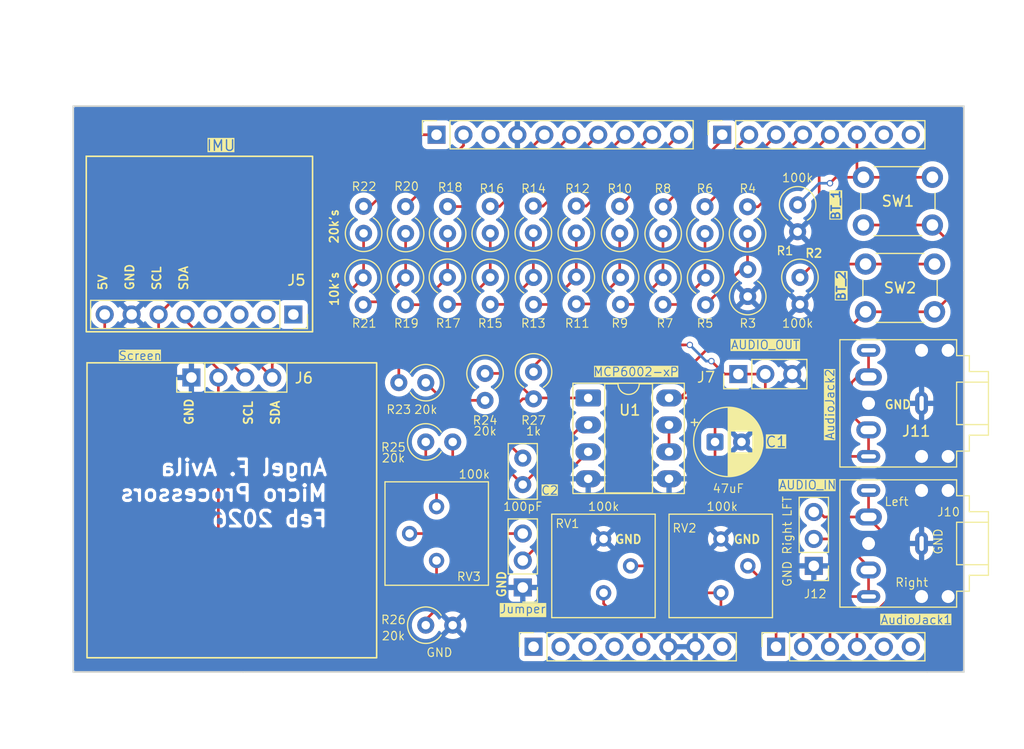
<source format=kicad_pcb>
(kicad_pcb (version 20241229) (generator "pcbnew") (generator_version "9.0")
  (title_block (date "mar. 31 mars 2015"))
  (layers (0 "F.Cu" signal) (2 "B.Cu" signal) (13 "F.Paste" user) (15 "B.Paste" user) (5 "F.SilkS" user "F.Silkscreen") (7 "B.SilkS" user "B.Silkscreen") (1 "F.Mask" user) (3 "B.Mask" user) (25 "Edge.Cuts" user))
  (net 0 "")
  (net 1 "GND")
  (net 3 "+5V")
  (net 4 "/IOREF")
  (net 5 "/A0")
  (net 6 "/A1")
  (net 7 "Net-(U1A--)")
  (net 8 "Net-(C2-Pad2)")
  (net 9 "/SDA{slash}A4")
  (net 10 "/SCL{slash}A5")
  (net 11 "/D7")
  (net 12 "/SCL")
  (net 13 "/AREF")
  (net 14 "/D8")
  (net 15 "/D9")
  (net 16 "/D6")
  (net 17 "/SDA")
  (net 18 "/D4")
  (net 19 "/D5")
  (net 20 "/IN_RIGHT")
  (net 21 "/IN_LEFT")
  (net 22 "/BT1")
  (net 23 "/TX{slash}1")
  (net 24 "/D3")
  (net 25 "/RX{slash}0")
  (net 26 "+3V3")
  (net 27 "VCC")
  (net 28 "/~{RESET}")
  (net 29 "/BT2")
  (net 30 "/D2")
  (net 31 "/D0")
  (net 32 "/D1")
  (net 37 "/AUDIO_OUT")
  (net 38 "Net-(J9-Pin_2)")
  (net 39 "Net-(J9-Pin_3)")
  (net 40 "Net-(R3-Pad2)")
  (net 41 "Net-(R5-Pad1)")
  (net 42 "Net-(R7-Pad1)")
  (net 43 "Net-(R10-Pad1)")
  (net 44 "Net-(R11-Pad1)")
  (net 45 "Net-(R13-Pad1)")
  (net 46 "Net-(R15-Pad1)")
  (net 47 "Net-(R17-Pad1)")
  (net 48 "Net-(R19-Pad1)")
  (net 49 "Net-(R21-Pad1)")
  (net 50 "Net-(R25-Pad2)")
  (net 51 "Net-(R26-Pad1)")
  (net 52 "Net-(U1B--)")
  (footprint "Connector_PinSocket_2.54mm:PinSocket_1x08_P2.54mm_Vertical" (layer "F.Cu") (at 127.94 97.46 90)
    (property "Reference" "J1" (hide yes))
    (property "Value" "Power")
  )
  (footprint "Connector_PinSocket_2.54mm:PinSocket_1x06_P2.54mm_Vertical" (layer "F.Cu") (at 150.8 97.46 90)
    (property "Reference" "J3" (hide yes))
    (property "Value" "Analog")
  )
  (footprint "Connector_PinSocket_2.54mm:PinSocket_1x10_P2.54mm_Vertical" (layer "F.Cu") (at 118.796 49.2 90)
    (property "Reference" "J2" (hide yes))
    (property "Value" "Digital/PWM")
  )
  (footprint "Connector_PinSocket_2.54mm:PinSocket_1x08_P2.54mm_Vertical" (layer "F.Cu") (at 145.72 49.2 90)
    (property "Reference" "J4" (hide yes))
    (property "Value" "Digital/PWM")
  )
  (footprint "Resistor_THT:R_Axial_DIN0309_L9.0mm_D3.2mm_P2.54mm_Vertical" (layer "F.Cu") (at 115.87 62.68 -90)
    (property "Reference" "R19")
    (property "Value" "10k" (hide yes))
  )
  (footprint "Connector_PinHeader_2.54mm:PinHeader_1x03_P2.54mm_Vertical" (layer "F.Cu") (at 154.356 89.84 180)
    (property "Reference" "J12")
    (property "Value" "AUDIO_IN")
  )
  (footprint "Connector_Audio:Jack_3.5mm_CUI_SJ1-3525N_Horizontal" (layer "F.Cu") (at 164.516 74.52 90)
    (property "Reference" "J11")
    (property "Value" "AudioJack2")
  )
  (footprint "Capacitor_THT:C_Disc_D5.0mm_W2.5mm_P2.50mm" (layer "F.Cu") (at 126.924 82.18 90)
    (property "Reference" "C2")
    (property "Value" "100pF")
  )
  (footprint "Resistor_THT:R_Axial_DIN0309_L9.0mm_D3.2mm_P2.54mm_Vertical" (layer "F.Cu") (at 119.82 62.64 -90)
    (property "Reference" "R17")
    (property "Value" "10k" (hide yes))
  )
  (footprint "Resistor_THT:R_Axial_DIN0309_L9.0mm_D3.2mm_P2.54mm_Vertical" (layer "F.Cu") (at 144.1 58.52 90)
    (property "Reference" "R6")
    (property "Value" "20k" (hide yes))
  )
  (footprint "Resistor_THT:R_Axial_DIN0309_L9.0mm_D3.2mm_P2.54mm_Vertical" (layer "F.Cu") (at 117.78 78.156)
    (property "Reference" "R25")
    (property "Value" "20k")
  )
  (footprint "Resistor_THT:R_Axial_DIN0309_L9.0mm_D3.2mm_P2.54mm_Vertical" (layer "F.Cu") (at 111.88 62.68 -90)
    (property "Reference" "R21")
    (property "Value" "10k's ")
  )
  (footprint "Resistor_THT:R_Axial_DIN0309_L9.0mm_D3.2mm_P2.54mm_Vertical" (layer "F.Cu") (at 148.13 64.45 90)
    (property "Reference" "R3")
    (property "Value" "20k" (hide yes))
  )
  (footprint "Resistor_THT:R_Axial_DIN0309_L9.0mm_D3.2mm_P2.54mm_Vertical" (layer "F.Cu") (at 127.94 71.552 -90)
    (property "Reference" "R27")
    (property "Value" "1k")
  )
  (footprint "Potentiometer_THT:Potentiometer_Bourns_3386P_Vertical" (layer "F.Cu") (at 118.796 84.252 180)
    (property "Reference" "RV3")
    (property "Value" "100k")
  )
  (footprint "Connector_Audio:Jack_3.5mm_CUI_SJ1-3525N_Horizontal" (layer "F.Cu") (at 164.516 87.728 90)
    (property "Reference" "J10")
    (property "Value" "AudioJack1")
  )
  (footprint "Resistor_THT:R_Axial_DIN0309_L9.0mm_D3.2mm_P2.54mm_Vertical" (layer "F.Cu") (at 140.14 62.66 -90)
    (property "Reference" "R7")
    (property "Value" "10k" (hide yes))
  )
  (footprint "Resistor_THT:R_Axial_DIN0309_L9.0mm_D3.2mm_P2.54mm_Vertical" (layer "F.Cu") (at 123.86 58.49 90)
    (property "Reference" "R16")
    (property "Value" "20k" (hide yes))
  )
  (footprint "Capacitor_THT:CP_Radial_D6.3mm_P2.50mm" (layer "F.Cu") (at 145.045621 78.156)
    (property "Reference" "C1")
    (property "Value" "47uF")
  )
  (footprint "Resistor_THT:R_Axial_DIN0309_L9.0mm_D3.2mm_P2.54mm_Vertical" (layer "F.Cu") (at 115.88 58.51 90)
    (property "Reference" "R20")
    (property "Value" "20k" (hide yes))
  )
  (footprint "Resistor_THT:R_Axial_DIN0309_L9.0mm_D3.2mm_P2.54mm_Vertical" (layer "F.Cu") (at 148.11 58.53 90)
    (property "Reference" "R4")
    (property "Value" "20k" (hide yes))
  )
  (footprint "Potentiometer_THT:Potentiometer_Bourns_3386P_Vertical" (layer "F.Cu") (at 134.544 92.38)
    (property "Reference" "RV1")
    (property "Value" "100k")
  )
  (footprint "Resistor_THT:R_Axial_DIN0309_L9.0mm_D3.2mm_P2.54mm_Vertical" (layer "F.Cu") (at 144.16 62.69 -90)
    (property "Reference" "R5")
    (property "Value" "10k" (hide yes))
  )
  (footprint "Resistor_THT:R_Axial_DIN0309_L9.0mm_D3.2mm_P2.54mm_Vertical" (layer "F.Cu") (at 127.92 58.46 90)
    (property "Reference" "R14")
    (property "Value" "20k" (hide yes))
  )
  (footprint "Resistor_THT:R_Axial_DIN0309_L9.0mm_D3.2mm_P2.54mm_Vertical" (layer "F.Cu") (at 131.97 62.61 -90)
    (property "Reference" "R11")
    (property "Value" "10k" (hide yes))
  )
  (footprint "Connector_PinSocket_2.54mm:PinSocket_1x08_P2.54mm_Vertical" (layer "F.Cu") (at 105.299 66.142 -90)
    (property "Reference" "J5")
    (property "Value" "IMU")
  )
  (footprint "Resistor_THT:R_Axial_DIN0309_L9.0mm_D3.2mm_P2.54mm_Vertical" (layer "F.Cu") (at 123.86 62.65 -90)
    (property "Reference" "R15")
    (property "Value" "10k" (hide yes))
  )
  (footprint "Resistor_THT:R_Axial_DIN0309_L9.0mm_D3.2mm_P2.54mm_Vertical" (layer "F.Cu") (at 140.16 58.53 90)
    (property "Reference" "R8")
    (property "Value" "20k" (hide yes))
  )
  (footprint "Resistor_THT:R_Axial_DIN0309_L9.0mm_D3.2mm_P2.54mm_Vertical" (layer "F.Cu") (at 123.368 71.698 -90)
    (property "Reference" "R24")
    (property "Value" "20k")
  )
  (footprint "Package_DIP:DIP-8_W7.62mm_Socket_LongPads" (layer "F.Cu") (at 133.09 74.01)
    (property "Reference" "U1")
    (property "Value" "MCP6002-xP")
  )
  (footprint "Button_Switch_THT:SW_PUSH_6mm" (layer "F.Cu") (at 165.734 65.89 180)
    (property "Reference" "SW2")
    (property "Value" "BT_2" (hide yes))
  )
  (footprint "Resistor_THT:R_Axial_DIN0309_L9.0mm_D3.2mm_P2.54mm_Vertical" (layer "F.Cu") (at 131.97 58.46 90)
    (property "Reference" "R12")
    (property "Value" "20k" (hide yes))
  )
  (footprint "Resistor_THT:R_Axial_DIN0309_L9.0mm_D3.2mm_P2.54mm_Vertical" (layer "F.Cu") (at 117.78 72.568 180)
    (property "Reference" "R23")
    (property "Value" "20k")
  )
  (footprint "Connector_PinHeader_2.54mm:PinHeader_1x03_P2.54mm_Vertical" (layer "F.Cu") (at 126.924 91.872 180)
    (property "Reference" "J9" (hide yes))
    (property "Value" "Jumper")
  )
  (footprint "Potentiometer_THT:Potentiometer_Bourns_3386P_Vertical" (layer "F.Cu") (at 145.6 92.38)
    (property "Reference" "RV2")
    (property "Value" "100k")
  )
  (footprint "Button_Switch_THT:SW_PUSH_6mm" (layer "F.Cu") (at 165.532 57.71 180)
    (property "Reference" "SW1")
    (property "Value" "BT_1" (hide yes))
  )
  (footprint "Connector_PinHeader_2.54mm:PinHeader_1x03_P2.54mm_Vertical" (layer "F.Cu") (at 147.244 71.76 90)
    (property "Reference" "J7")
    (property "Value" "AUDIO_OUT")
  )
  (footprint "Resistor_THT:R_Axial_DIN0309_L9.0mm_D3.2mm_P2.54mm_Vertical" (layer "F.Cu") (at 117.78 95.428)
    (property "Reference" "R26")
    (property "Value" "20k")
  )
  (footprint "Connector_PinHeader_2.54mm:PinHeader_1x04_P2.54mm_Vertical" (layer "F.Cu") (at 95.69 72.08 90)
    (property "Reference" "J6")
    (property "Value" "Screen")
  )
  (footprint "Resistor_THT:R_Axial_DIN0309_L9.0mm_D3.2mm_P2.54mm_Vertical" (layer "F.Cu") (at 152.832 55.804 -90)
    (property "Reference" "R1")
    (property "Value" "100k")
  )
  (footprint "Resistor_THT:R_Axial_DIN0309_L9.0mm_D3.2mm_P2.54mm_Vertical" (layer "F.Cu") (at 111.92 58.49 90)
    (property "Reference" "R22")
    (property "Value" "20k's")
  )
  (footprint "Resistor_THT:R_Axial_DIN0309_L9.0mm_D3.2mm_P2.54mm_Vertical" (layer "F.Cu") (at 127.94 62.66 -90)
    (property "Reference" "R13")
    (property "Value" "10k" (hide yes))
  )
  (footprint "Resistor_THT:R_Axial_DIN0309_L9.0mm_D3.2mm_P2.54mm_Vertical" (layer "F.Cu") (at 119.84 58.51 90)
    (property "Reference" "R18")
    (property "Value" "20k" (hide yes))
  )
  (footprint "Resistor_THT:R_Axial_DIN0309_L9.0mm_D3.2mm_P2.54mm_Vertical" (layer "F.Cu") (at 136.06 58.49 90)
    (property "Reference" "R10")
    (property "Value" "20k" (hide yes))
  )
  (footprint "Resistor_THT:R_Axial_DIN0309_L9.0mm_D3.2mm_P2.54mm_Vertical" (layer "F.Cu") (at 136.14 62.65 -90)
    (property "Reference" "R9")
    (property "Value" "10k" (hide yes))
  )
  (footprint "Resistor_THT:R_Axial_DIN0309_L9.0mm_D3.2mm_P2.54mm_Vertical" (layer "F.Cu") (at 153.05 62.65 -90)
    (property "Reference" "R2")
    (property "Value" "100k" (hide yes))
  )
  (gr_rect (start 85.779 51.232) (end 107.109 67.772) (stroke (width 0.15)) (fill no) (layer "F.SilkS"))
  (gr_rect (start 85.85 70.7) (end 113.15 98.5) (stroke (width 0.15)) (fill no) (layer "F.SilkS"))
  (gr_line (start 84.552 99.84) (end 84.552 46.5) (stroke (width 0.15)) (layer "Edge.Cuts"))
  (gr_line (start 100.552 99.84) (end 84.552 99.84) (stroke (width 0.15)) (layer "Edge.Cuts"))
  (gr_line (start 168.5 62) (end 168.5 99.84) (stroke (width 0.15)) (layer "Edge.Cuts"))
  (gr_line (start 100.552 46.5) (end 163.29 46.5) (stroke (width 0.15)) (layer "Edge.Cuts"))
  (gr_line (start 165.068 99.84) (end 168.5 99.84) (stroke (width 0.15)) (layer "Edge.Cuts"))
  (gr_line (start 168.5 46.5) (end 168.5 62) (stroke (width 0.15)) (layer "Edge.Cuts"))
  (gr_line (start 165.068 99.84) (end 100.552 99.84) (stroke (width 0.15)) (layer "Edge.Cuts"))
  (gr_line (start 100.552 46.5) (end 84.552 46.5) (stroke (width 0.15)) (layer "Edge.Cuts"))
  (gr_line (start 163.29 46.5) (end 168.5 46.5) (stroke (width 0.15)) (layer "Edge.Cuts"))
  (gr_text "Angel F. Avila \nMicro Processors\nFeb 2026" (at 108.636 86.284 0) (layer "B.Cu" knockout) (effects (font (size 1.5 1.5) (thickness 0.3) (bold yes)) (justify left bottom mirror)))
  (gr_text "GND\n" (at 166.548 88.824 90) (layer "F.SilkS") (effects (font (size 0.8 0.8) (thickness 0.1)) (justify left bottom)))
  (gr_text "SDA" (at 95.428 63.932 90) (layer "F.SilkS") (effects (font (size 0.8 0.8) (thickness 0.15) (bold yes)) (justify left bottom)))
  (gr_text "GND\n" (at 160.96 75.108 0) (layer "F.SilkS") (effects (font (size 0.8 0.8) (thickness 0.15) (bold yes)) (justify left bottom)))
  (gr_text "BT_1" (at 156.896 57.328 90) (layer "F.SilkS" knockout) (effects (font (size 0.8 0.8) (thickness 0.16) (bold yes)) (justify left bottom)))
  (gr_text "GND" (at 117.78 98.476 0) (layer "F.SilkS") (effects (font (size 0.8 0.8) (thickness 0.1)) (justify left bottom)))
  (gr_text "GND\n" (at 152.324 91.872 90) (layer "F.SilkS") (effects (font (size 0.8 0.8) (thickness 0.1)) (justify left bottom)))
  (gr_text "BT_2" (at 157.404 64.948 90) (layer "F.SilkS" knockout) (effects (font (size 0.8 0.8) (thickness 0.16) (bold yes)) (justify left bottom)))
  (gr_text "GND\n" (at 146.736 87.808 0) (layer "F.SilkS") (effects (font (size 0.8 0.8) (thickness 0.16) (bold yes)) (justify left bottom)))
  (gr_text "SCL\n" (at 101.524 76.632 90) (layer "F.SilkS") (effects (font (size 0.8 0.8) (thickness 0.16) (bold yes)) (justify left bottom)))
  (gr_text "Left" (at 160.96 84.252 0) (layer "F.SilkS") (effects (font (size 0.8 0.8) (thickness 0.1)) (justify left bottom)))
  (gr_text "LFT" (at 152.324 85.268 90) (layer "F.SilkS") (effects (font (size 0.8 0.8) (thickness 0.1)) (justify left bottom)))
  (gr_text "SCL" (at 92.888 63.932 90) (layer "F.SilkS") (effects (font (size 0.8 0.8) (thickness 0.15) (bold yes)) (justify left bottom)))
  (gr_text "Right\n" (at 152.324 88.824 90) (layer "F.SilkS") (effects (font (size 0.8 0.8) (thickness 0.1)) (justify left bottom)))
  (gr_text "GND\n" (at 135.56 87.808 0) (layer "F.SilkS") (effects (font (size 0.8 0.8) (thickness 0.16) (bold yes)) (justify left bottom)))
  (gr_text "GND\n" (at 125.4 92.888 90) (layer "F.SilkS") (effects (font (size 0.8 0.8) (thickness 0.16) (bold yes)) (justify left bottom)))
  (gr_text "GND\n" (at 90.348 63.932 90) (layer "F.SilkS") (effects (font (size 0.8 0.8) (thickness 0.15) (bold yes)) (justify left bottom)))
  (gr_text "Right" (at 161.976 91.872 0) (layer "F.SilkS") (effects (font (size 0.8 0.8) (thickness 0.1)) (justify left bottom)))
  (gr_text "5V\n" (at 87.808 63.932 90) (layer "F.SilkS") (effects (font (size 0.8 0.8) (thickness 0.15) (bold yes)) (justify left bottom)))
  (gr_text "GND\n" (at 95.936 76.632 90) (layer "F.SilkS") (effects (font (size 0.8 0.8) (thickness 0.16) (bold yes)) (justify left bottom)))
  (gr_text "SDA\n" (at 104.064 76.632 90) (layer "F.SilkS") (effects (font (size 0.8 0.8) (thickness 0.16) (bold yes)) (justify left bottom)))
  (gr_text "100k" (at 152.832 66.98 0) (layer "F.SilkS") (effects (font (size 0.8 0.8) (thickness 0.1))))
  (segment (start 144.196 80.696) (end 145.045621 79.846379) (width 0.25) (layer "F.Cu") (net 3))
  (segment (start 88.824 69.012) (end 87.519 67.707) (width 0.25) (layer "F.Cu") (net 3))
  (segment (start 140.64 84.252) (end 142.164 84.252) (width 0.25) (layer "F.Cu") (net 3))
  (segment (start 140.132 86.792) (end 140.132 84.76) (width 0.25) (layer "F.Cu") (net 3))
  (segment (start 145.045621 79.846379) (end 145.045621 78.156) (width 0.25) (layer "F.Cu") (net 3))
  (segment (start 95.936 69.012) (end 88.824 69.012) (width 0.25) (layer "F.Cu") (net 3))
  (segment (start 98.23 71.306) (end 95.936 69.012) (width 0.25) (layer "F.Cu") (net 3))
  (segment (start 117.78 80.188) (end 116.764 81.204) (width 0.25) (layer "F.Cu") (net 3))
  (segment (start 135.56 88.824) (end 136.068 88.316) (width 0.25) (layer "F.Cu") (net 3))
  (segment (start 98.23 72.08) (end 98.23 88.578) (width 0.25) (layer "F.Cu") (net 3))
  (segment (start 145.6 92.5) (end 145.6 91.79) (width 0.25) (layer "F.Cu") (net 3))
  (segment (start 110.668 92.38) (end 106.604 92.38) (width 0.25) (layer "F.Cu") (net 3))
  (segment (start 116.764 81.204) (end 112.7 81.204) (width 0.25) (layer "F.Cu") (net 3))
  (segment (start 138.1 95.936) (end 137.592 95.428) (width 0.25) (layer "F.Cu") (net 3))
  (segment (start 134.544 92.38) (end 134.544 93.396) (width 0.25) (layer "F.Cu") (net 3))
  (segment (start 112.7 81.204) (end 111.684 82.22) (width 0.25) (layer "F.Cu") (net 3))
  (segment (start 142.164 84.252) (end 144.196 82.22) (width 0.25) (layer "F.Cu") (net 3))
  (segment (start 145.045621 75.957621) (end 145.045621 78.156) (width 0.25) (layer "F.Cu") (net 3))
  (segment (start 124.384 95.428) (end 137.084 95.428) (width 0.25) (layer "F.Cu") (net 3))
  (segment (start 167.564 59.742) (end 167.564 64.06) (width 0.25) (layer "F.Cu") (net 3))
  (segment (start 111.684 91.364) (end 110.668 92.38) (width 0.25) (layer "F.Cu") (net 3))
  (segment (start 117.78 78.156) (end 117.78 80.188) (width 0.25) (layer "F.Cu") (net 3))
  (segment (start 113.208 98.984) (end 106.604 92.38) (width 0.25) (layer "F.Cu") (net 3))
  (segment (start 145.6 92.38) (end 137.592 92.38) (width 0.25) (layer "F.Cu") (net 3))
  (segment (start 138.608 88.316) (end 140.132 86.792) (width 0.25) (layer "F.Cu") (net 3))
  (segment (start 140.132 84.76) (end 140.64 84.252) (width 0.25) (layer "F.Cu") (net 3))
  (segment (start 143.098 74.01) (end 145.045621 75.957621) (width 0.25) (layer "F.Cu") (net 3))
  (segment (start 136.068 88.316) (end 138.608 88.316) (width 0.25) (layer "F.Cu") (net 3))
  (segment (start 134.544 93.396) (end 136.576 95.428) (width 0.25) (layer "F.Cu") (net 3))
  (segment (start 144.196 95.428) (end 145.6 94.024) (width 0.25) (layer "F.Cu") (net 3))
  (segment (start 87.519 67.707) (end 87.519 66.142) (width 0.25) (layer "F.Cu") (net 3))
  (segment (start 157.128 67.996) (end 145.72 67.996) (width 0.25) (layer "F.Cu") (net 3))
  (segment (start 137.084 95.428) (end 136.576 95.428) (width 0.25) (layer "F.Cu") (net 3))
  (segment (start 165.532 57.71) (end 159.032 57.71) (width 0.25) (layer "F.Cu") (net 3))
  (segment (start 159.234 65.89) (end 157.128 67.996) (width 0.25) (layer "F.Cu") (net 3))
  (segment (start 137.592 95.428) (end 137.084 95.428) (width 0.25) (layer "F.Cu") (net 3))
  (segment (start 106.604 92.38) (end 102.032 92.38) (width 0.25) (layer "F.Cu") (net 3))
  (segment (start 120.828 98.984) (end 113.208 98.984) (width 0.25) (layer "F.Cu") (net 3))
  (segment (start 98.23 72.08) (end 98.23 71.306) (width 0.25) (layer "F.Cu") (net 3))
  (segment (start 141.738 74.01) (end 140.71 74.01) (width 0.25) (layer "F.Cu") (net 3))
  (segment (start 137.592 92.38) (end 135.56 90.348) (width 0.25) (layer "F.Cu") (net 3))
  (segment (start 124.384 95.428) (end 120.828 98.984) (width 0.25) (layer "F.Cu") (net 3))
  (segment (start 144.196 82.22) (end 144.196 80.696) (width 0.25) (layer "F.Cu") (net 3))
  (segment (start 135.56 90.348) (end 135.56 88.824) (width 0.25) (layer "F.Cu") (net 3))
  (segment (start 138.1 97.46) (end 138.1 95.936) (width 0.25) (layer "F.Cu") (net 3))
  (segment (start 138.608 95.428) (end 144.196 95.428) (width 0.25) (layer "F.Cu") (net 3))
  (segment (start 167.564 64.06) (end 165.734 65.89) (width 0.25) (layer "F.Cu") (net 3))
  (segment (start 138.1 95.936) (end 138.608 95.428) (width 0.25) (layer "F.Cu") (net 3))
  (segment (start 145.72 67.996) (end 142.672 71.044) (width 0.25) (layer "F.Cu") (net 3))
  (segment (start 142.672 73.076) (end 141.738 74.01) (width 0.25) (layer "F.Cu") (net 3))
  (segment (start 111.684 82.22) (end 111.684 91.364) (width 0.25) (layer "F.Cu") (net 3))
  (segment (start 98.23 88.578) (end 102.032 92.38) (width 0.25) (layer "F.Cu") (net 3))
  (segment (start 165.532 57.71) (end 167.564 59.742) (width 0.25) (layer "F.Cu") (net 3))
  (segment (start 140.71 74.01) (end 143.098 74.01) (width 0.25) (layer "F.Cu") (net 3))
  (segment (start 159.234 65.89) (end 165.734 65.89) (width 0.25) (layer "F.Cu") (net 3))
  (segment (start 145.6 94.024) (end 145.6 92.38) (width 0.25) (layer "F.Cu") (net 3))
  (segment (start 142.672 71.044) (end 142.672 73.076) (width 0.25) (layer "F.Cu") (net 3))
  (segment (start 137.084 89.84) (end 145.212 89.84) (width 0.25) (layer "F.Cu") (net 5))
  (segment (start 150.8 95.428) (end 150.8 97.46) (width 0.25) (layer "F.Cu") (net 5))
  (segment (start 145.212 89.84) (end 150.8 95.428) (width 0.25) (layer "F.Cu") (net 5))
  (segment (start 153.34 95.04) (end 153.34 97.46) (width 0.25) (layer "F.Cu") (net 6))
  (segment (start 148.14 89.84) (end 153.34 95.04) (width 0.25) (layer "F.Cu") (net 6))
  (segment (start 120.32 75.108) (end 117.78 72.568) (width 0.25) (layer "F.Cu") (net 7))
  (segment (start 121.844 76.124) (end 120.828 75.108) (width 0.25) (layer "F.Cu") (net 7))
  (segment (start 132.554 76.55) (end 126.924 82.18) (width 0.25) (layer "F.Cu") (net 7))
  (segment (start 126.924 82.18) (end 123.916 79.172) (width 0.25) (layer "F.Cu") (net 7))
  (segment (start 121.844 78.156) (end 121.844 76.124) (width 0.25) (layer "F.Cu") (net 7))
  (segment (start 123.916 79.172) (end 122.86 79.172) (width 0.25) (layer "F.Cu") (net 7))
  (segment (start 122.86 79.172) (end 121.844 78.156) (width 0.25) (layer "F.Cu") (net 7))
  (segment (start 133.09 76.55) (end 132.554 76.55) (width 0.25) (layer "F.Cu") (net 7))
  (segment (start 121.698 74.238) (end 123.368 74.238) (width 0.25) (layer "F.Cu") (net 7))
  (segment (start 120.828 75.108) (end 121.698 74.238) (width 0.25) (layer "F.Cu") (net 7))
  (segment (start 120.828 75.108) (end 120.32 75.108) (width 0.25) (layer "F.Cu") (net 7))
  (segment (start 128.448 74.092) (end 128.53 74.01) (width 0.25) (layer "F.Cu") (net 8))
  (segment (start 123.368 71.698) (end 125.546 71.698) (width 0.25) (layer "F.Cu") (net 8))
  (segment (start 126.924 74.092) (end 127.94 74.092) (width 0.25) (layer "F.Cu") (net 8))
  (segment (start 128.53 74.01) (end 133.09 74.01) (width 0.25) (layer "F.Cu") (net 8))
  (segment (start 125.546 71.698) (end 127.94 74.092) (width 0.25) (layer "F.Cu") (net 8))
  (segment (start 126.924 79.68) (end 125.4 78.156) (width 0.25) (layer "F.Cu") (net 8))
  (segment (start 127.94 74.092) (end 128.448 74.092) (width 0.25) (layer "F.Cu") (net 8))
  (segment (start 125.4 78.156) (end 125.4 75.616) (width 0.25) (layer "F.Cu") (net 8))
  (segment (start 125.4 75.616) (end 126.924 74.092) (width 0.25) (layer "F.Cu") (net 8))
  (segment (start 131.496 51.74) (end 126.924 51.74) (width 0.25) (layer "F.Cu") (net 11))
  (segment (start 121.336 55.804) (end 121.17 55.97) (width 0.25) (layer "F.Cu") (net 11))
  (segment (start 134.036 49.2) (end 131.496 51.74) (width 0.25) (layer "F.Cu") (net 11))
  (segment (start 126.924 51.74) (end 125.908 52.756) (width 0.25) (layer "F.Cu") (net 11))
  (segment (start 121.17 55.97) (end 119.84 55.97) (width 0.25) (layer "F.Cu") (net 11))
  (segment (start 123.368 52.756) (end 121.336 54.788) (width 0.25) (layer "F.Cu") (net 11))
  (segment (start 125.908 52.756) (end 123.368 52.756) (width 0.25) (layer "F.Cu") (net 11))
  (segment (start 121.336 54.788) (end 121.336 55.804) (width 0.25) (layer "F.Cu") (net 11))
  (segment (start 95.428 49.2) (end 118.796 49.2) (width 0.25) (layer "F.Cu") (net 12))
  (segment (start 92.599 67.707) (end 93.396 68.504) (width 0.25) (layer "F.Cu") (net 12))
  (segment (start 92.599 66.142) (end 93.904 64.837) (width 0.25) (layer "F.Cu") (net 12))
  (segment (start 93.396 68.504) (end 97.194 68.504) (width 0.25) (layer "F.Cu") (net 12))
  (segment (start 92.599 66.142) (end 92.599 67.707) (width 0.25) (layer "F.Cu") (net 12))
  (segment (start 93.904 64.837) (end 93.904 50.724) (width 0.25) (layer "F.Cu") (net 12))
  (segment (start 93.904 50.724) (end 95.428 49.2) (width 0.25) (layer "F.Cu") (net 12))
  (segment (start 100.77 72.08) (end 100.77 71.814) (width 0.25) (layer "F.Cu") (net 12))
  (segment (start 97.194 68.504) (end 100.77 72.08) (width 0.25) (layer "F.Cu") (net 12))
  (segment (start 129.464 51.232) (end 126.416 51.232) (width 0.25) (layer "F.Cu") (net 14))
  (segment (start 122.352 52.248) (end 121.336 53.264) (width 0.25) (layer "F.Cu") (net 14))
  (segment (start 131.496 49.2) (end 129.464 51.232) (width 0.25) (layer "F.Cu") (net 14))
  (segment (start 125.4 52.248) (end 122.352 52.248) (width 0.25) (layer "F.Cu") (net 14))
  (segment (start 118.586 53.264) (end 115.88 55.97) (width 0.25) (layer "F.Cu") (net 14))
  (segment (start 121.336 53.264) (end 118.586 53.264) (width 0.25) (layer "F.Cu") (net 14))
  (segment (start 126.416 51.232) (end 125.4 52.248) (width 0.25) (layer "F.Cu") (net 14))
  (segment (start 121.844 51.74) (end 120.828 52.756) (width 0.25) (layer "F.Cu") (net 15))
  (segment (start 127.432 50.724) (end 125.908 50.724) (width 0.25) (layer "F.Cu") (net 15))
  (segment (start 112.554 55.95) (end 111.92 55.95) (width 0.25) (layer "F.Cu") (net 15))
  (segment (start 120.828 52.756) (end 118.288 52.756) (width 0.25) (layer "F.Cu") (net 15))
  (segment (start 125.908 50.724) (end 124.892 51.74) (width 0.25) (layer "F.Cu") (net 15))
  (segment (start 117.78 53.264) (end 114.732 53.264) (width 0.25) (layer "F.Cu") (net 15))
  (segment (start 113.208 55.296) (end 112.554 55.95) (width 0.25) (layer "F.Cu") (net 15))
  (segment (start 124.892 51.74) (end 121.844 51.74) (width 0.25) (layer "F.Cu") (net 15))
  (segment (start 118.288 52.756) (end 117.78 53.264) (width 0.25) (layer "F.Cu") (net 15))
  (segment (start 114.732 53.264) (end 113.208 54.788) (width 0.25) (layer "F.Cu") (net 15))
  (segment (start 113.208 54.788) (end 113.208 55.296) (width 0.25) (layer "F.Cu") (net 15))
  (segment (start 128.956 49.2) (end 127.432 50.724) (width 0.25) (layer "F.Cu") (net 15))
  (segment (start 125.908 53.772) (end 125.908 54.788) (width 0.25) (layer "F.Cu") (net 16))
  (segment (start 124.746 55.95) (end 123.86 55.95) (width 0.25) (layer "F.Cu") (net 16))
  (segment (start 133.02 52.756) (end 126.924 52.756) (width 0.25) (layer "F.Cu") (net 16))
  (segment (start 136.576 49.2) (end 133.02 52.756) (width 0.25) (layer "F.Cu") (net 16))
  (segment (start 125.908 54.788) (end 124.746 55.95) (width 0.25) (layer "F.Cu") (net 16))
  (segment (start 126.924 52.756) (end 125.908 53.772) (width 0.25) (layer "F.Cu") (net 16))
  (segment (start 109.144 52.248) (end 119.304 52.248) (width 0.25) (layer "F.Cu") (net 17))
  (segment (start 107.62 67.996) (end 107.62 53.772) (width 0.25) (layer "F.Cu") (net 17))
  (segment (start 95.139 66.691) (end 95.139 66.142) (width 0.25) (layer "F.Cu") (net 17))
  (segment (start 103.31 72.08) (end 99.226 67.996) (width 0.25) (layer "F.Cu") (net 17))
  (segment (start 107.112 68.504) (end 107.62 67.996) (width 0.25) (layer "F.Cu") (net 17))
  (segment (start 99.226 67.996) (end 96.444 67.996) (width 0.25) (layer "F.Cu") (net 17))
  (segment (start 103.31 72.08) (end 103.31 70.782) (width 0.25) (layer "F.Cu") (net 17))
  (segment (start 121.336 50.216) (end 121.336 49.2) (width 0.25) (layer "F.Cu") (net 17))
  (segment (start 103.31 70.782) (end 105.588 68.504) (width 0.25) (layer "F.Cu") (net 17))
  (segment (start 107.62 53.772) (end 109.144 52.248) (width 0.25) (layer "F.Cu") (net 17))
  (segment (start 105.588 68.504) (end 107.112 68.504) (width 0.25) (layer "F.Cu") (net 17))
  (segment (start 119.304 52.248) (end 121.336 50.216) (width 0.25) (layer "F.Cu") (net 17))
  (segment (start 96.444 67.996) (end 95.139 66.691) (width 0.25) (layer "F.Cu") (net 17))
  (segment (start 137.592 53.264) (end 141.656 49.2) (width 0.25) (layer "F.Cu") (net 18))
  (segment (start 132.904 55.92) (end 134.544 54.28) (width 0.25) (layer "F.Cu") (net 18))
  (segment (start 134.544 54.28) (end 134.544 53.772) (width 0.25) (layer "F.Cu") (net 18))
  (segment (start 135.052 53.264) (end 137.592 53.264) (width 0.25) (layer "F.Cu") (net 18))
  (segment (start 134.544 53.772) (end 135.052 53.264) (width 0.25) (layer "F.Cu") (net 18))
  (segment (start 131.97 55.92) (end 132.904 55.92) (width 0.25) (layer "F.Cu") (net 18))
  (segment (start 127.92 55.92) (end 128.84 55.92) (width 0.25) (layer "F.Cu") (net 19))
  (segment (start 128.84 55.92) (end 130.48 54.28) (width 0.25) (layer "F.Cu") (net 19))
  (segment (start 133.528 53.264) (end 133.979 52.813) (width 0.25) (layer "F.Cu") (net 19))
  (segment (start 133.979 52.813) (end 135.503 52.813) (width 0.25) (layer "F.Cu") (net 19))
  (segment (start 135.503 52.813) (end 139.116 49.2) (width 0.25) (layer "F.Cu") (net 19))
  (segment (start 130.48 53.772) (end 130.988 53.264) (width 0.25) (layer "F.Cu") (net 19))
  (segment (start 130.48 54.28) (end 130.48 53.772) (width 0.25) (layer "F.Cu") (net 19))
  (segment (start 130.988 53.264) (end 133.528 53.264) (width 0.25) (layer "F.Cu") (net 19))
  (segment (start 156.896 87.3) (end 154.356 87.3) (width 0.25) (layer "F.Cu") (net 20))
  (segment (start 159.516 90.228) (end 159.516 89.92) (width 0.25) (layer "F.Cu") (net 20))
  (segment (start 157.056 92.728) (end 155.88 93.904) (width 0.25) (layer "F.Cu") (net 20))
  (segment (start 155.88 93.904) (end 155.88 97.46) (width 0.25) (layer "F.Cu") (net 20))
  (segment (start 159.516 89.92) (end 156.896 87.3) (width 0.25) (layer "F.Cu") (net 20))
  (segment (start 159.516 92.728) (end 159.516 90.228) (width 0.25) (layer "F.Cu") (net 20))
  (segment (start 159.516 92.728) (end 157.056 92.728) (width 0.25) (layer "F.Cu") (net 20))
  (segment (start 159.516 82.728) (end 159.516 85.228) (width 0.25) (layer "F.Cu") (net 21))
  (segment (start 161.468 92.888) (end 158.42 95.936) (width 0.25) (layer "F.Cu") (net 21))
  (segment (start 155.332 85.228) (end 159.516 85.228) (width 0.25) (layer "F.Cu") (net 21))
  (segment (start 154.356 84.76) (end 154.864 84.76) (width 0.25) (layer "F.Cu") (net 21))
  (segment (start 159.516 85.348) (end 161.468 87.3) (width 0.25) (layer "F.Cu") (net 21))
  (segment (start 161.468 87.3) (end 161.468 92.888) (width 0.25) (layer "F.Cu") (net 21))
  (segment (start 158.42 95.936) (end 158.42 97.46) (width 0.25) (layer "F.Cu") (net 21))
  (segment (start 159.516 85.228) (end 159.516 85.348) (width 0.25) (layer "F.Cu") (net 21))
  (segment (start 154.864 84.76) (end 155.332 85.228) (width 0.25) (layer "F.Cu") (net 21))
  (segment (start 159.032 53.21) (end 156.442 53.21) (width 0.25) (layer "F.Cu") (net 22))
  (segment (start 158.42 52.598) (end 159.032 53.21) (width 0.25) (layer "F.Cu") (net 22))
  (segment (start 159.032 53.21) (end 165.532 53.21) (width 0.25) (layer "F.Cu") (net 22))
  (segment (start 158.42 49.2) (end 158.42 52.598) (width 0.25) (layer "F.Cu") (net 22))
  (segment (start 156.442 53.21) (end 155.88 53.772) (width 0.25) (layer "F.Cu") (net 22))
  (via (at 155.88 53.772) (size 0.6) (drill 0.4) (layers "F.Cu" "B.Cu") (net 22))
  (segment (start 155.88 53.772) (end 154.864 53.772) (width 0.25) (layer "B.Cu") (net 22))
  (segment (start 154.864 53.772) (end 152.832 55.804) (width 0.25) (layer "B.Cu") (net 22))
  (segment (start 145.72 49.708) (end 145.72 49.2) (width 0.25) (layer "F.Cu") (net 24))
  (segment (start 138.746 53.264) (end 142.164 53.264) (width 0.25) (layer "F.Cu") (net 24))
  (segment (start 142.164 53.264) (end 145.72 49.708) (width 0.25) (layer "F.Cu") (net 24))
  (segment (start 136.06 55.95) (end 138.746 53.264) (width 0.25) (layer "F.Cu") (net 24))
  (segment (start 165.734 61.39) (end 159.234 61.39) (width 0.25) (layer "F.Cu") (net 29))
  (segment (start 155.374 61.39) (end 159.234 61.39) (width 0.25) (layer "F.Cu") (net 29))
  (segment (start 155.372 61.392) (end 155.374 61.39) (width 0.25) (layer "F.Cu") (net 29))
  (segment (start 155.88 60.884) (end 155.374 61.39) (width 0.25) (layer "F.Cu") (net 29))
  (segment (start 153.05 62.65) (end 154.308 61.392) (width 0.25) (layer "F.Cu") (net 29))
  (segment (start 154.308 61.392) (end 155.372 61.392) (width 0.25) (layer "F.Cu") (net 29))
  (segment (start 154.864 58.852) (end 155.88 59.868) (width 0.25) (layer "F.Cu") (net 29))
  (segment (start 154.864 50.216) (end 154.864 58.852) (width 0.25) (layer "F.Cu") (net 29))
  (segment (start 155.88 59.868) (end 155.88 60.884) (width 0.25) (layer "F.Cu") (net 29))
  (segment (start 155.88 49.2) (end 154.864 50.216) (width 0.25) (layer "F.Cu") (net 29))
  (segment (start 144.196 53.264) (end 148.26 49.2) (width 0.25) (layer "F.Cu") (net 30))
  (segment (start 142.886 53.264) (end 144.196 53.264) (width 0.25) (layer "F.Cu") (net 30))
  (segment (start 140.16 55.99) (end 142.886 53.264) (width 0.25) (layer "F.Cu") (net 30))
  (segment (start 148.11 55.99) (end 149.09 55.99) (width 0.25) (layer "F.Cu") (net 31))
  (segment (start 150.8 51.74) (end 153.34 49.2) (width 0.25) (layer "F.Cu") (net 31))
  (segment (start 149.09 55.99) (end 150.8 54.28) (width 0.25) (layer "F.Cu") (net 31))
  (segment (start 150.8 54.28) (end 150.8 51.74) (width 0.25) (layer "F.Cu") (net 31))
  (segment (start 150.8 49.28) (end 150.8 49.2) (width 0.25) (layer "F.Cu") (net 32))
  (segment (start 144.1 55.98) (end 150.8 49.28) (width 0.25) (layer "F.Cu") (net 32))
  (segment (start 159.316 77.02) (end 157.912 75.616) (width 0.25) (layer "F.Cu") (net 37))
  (segment (start 159.516 79.52) (end 155.212 79.52) (width 0.25) (layer "F.Cu") (net 37))
  (segment (start 159.516 72.02) (end 159.516 69.52) (width 0.25) (layer "F.Cu") (net 37))
  (segment (start 128.956 70.028) (end 129.972 69.012) (width 0.25) (layer "F.Cu") (net 37))
  (segment (start 149.784 74.092) (end 149.784 71.76) (width 0.25) (layer "F.Cu") (net 37))
  (segment (start 158.46 72.02) (end 159.516 72.02) (width 0.25) (layer "F.Cu") (net 37))
  (segment (start 144.704 70.536) (end 145.928 71.76) (width 0.25) (layer "F.Cu") (net 37))
  (segment (start 142.046 69.012) (end 142.672 69.012) (width 0.25) (layer "F.Cu") (net 37))
  (segment (start 129.972 69.012) (end 142.046 69.012) (width 0.25) (layer "F.Cu") (net 37))
  (segment (start 127.94 71.552) (end 127.94 71.044) (width 0.25) (layer "F.Cu") (net 37))
  (segment (start 159.516 77.02) (end 159.316 77.02) (width 0.25) (layer "F.Cu") (net 37))
  (segment (start 127.94 71.044) (end 128.956 70.028) (width 0.25) (layer "F.Cu") (net 37))
  (segment (start 155.212 79.52) (end 149.784 74.092) (width 0.25) (layer "F.Cu") (net 37))
  (segment (start 147.244 71.76) (end 149.784 71.76) (width 0.25) (layer "F.Cu") (net 37))
  (segment (start 145.928 71.76) (end 147.244 71.76) (width 0.25) (layer "F.Cu") (net 37))
  (segment (start 157.912 72.568) (end 158.46 72.02) (width 0.25) (layer "F.Cu") (net 37))
  (segment (start 157.912 75.616) (end 157.912 72.568) (width 0.25) (layer "F.Cu") (net 37))
  (segment (start 159.516 77.02) (end 159.516 79.52) (width 0.25) (layer "F.Cu") (net 37))
  (via (at 144.704 70.536) (size 0.6) (drill 0.4) (layers "F.Cu" "B.Cu") (net 37))
  (via (at 142.672 69.012) (size 0.6) (drill 0.4) (layers "F.Cu" "B.Cu") (net 37))
  (segment (start 144.196 70.536) (end 144.704 70.536) (width 0.25) (layer "B.Cu") (net 37))
  (segment (start 142.672 69.012) (end 144.196 70.536) (width 0.25) (layer "B.Cu") (net 37))
  (segment (start 130.48 83.744) (end 130.988 83.236) (width 0.25) (layer "F.Cu") (net 38))
  (segment (start 128.448 87.808) (end 128.448 85.268) (width 0.25) (layer "F.Cu") (net 38))
  (segment (start 130.988 83.236) (end 130.988 81.192) (width 0.25) (layer "F.Cu") (net 38))
  (segment (start 128.448 85.268) (end 129.972 83.744) (width 0.25) (layer "F.Cu") (net 38))
  (segment (start 130.988 81.192) (end 133.09 79.09) (width 0.25) (layer "F.Cu") (net 38))
  (segment (start 129.972 83.744) (end 130.48 83.744) (width 0.25) (layer "F.Cu") (net 38))
  (segment (start 126.924 89.332) (end 128.448 87.808) (width 0.25) (layer "F.Cu") (net 38))
  (segment (start 126.924 86.792) (end 116.256 86.792) (width 0.25) (layer "F.Cu") (net 39))
  (segment (start 148.11 61.89) (end 148.13 61.91) (width 0.25) (layer "F.Cu") (net 40))
  (segment (start 144.16 65.23) (end 147.48 61.91) (width 0.25) (layer "F.Cu") (net 40))
  (segment (start 147.48 61.91) (end 148.13 61.91) (width 0.25) (layer "F.Cu") (net 40))
  (segment (start 148.11 58.53) (end 148.11 61.89) (width 0.25) (layer "F.Cu") (net 40))
  (segment (start 144.1 58.52) (end 144.1 62.63) (width 0.25) (layer "F.Cu") (net 41))
  (segment (start 141.65 65.2) (end 144.16 62.69) (width 0.25) (layer "F.Cu") (net 41))
  (segment (start 144.1 62.63) (end 144.16 62.69) (width 0.25) (layer "F.Cu") (net 41))
  (segment (start 140.14 65.2) (end 141.65 65.2) (width 0.25) (layer "F.Cu") (net 41))
  (segment (start 140.14 62.66) (end 140.14 58.55) (width 0.25) (layer "F.Cu") (net 42))
  (segment (start 136.14 65.19) (end 137.61 65.19) (width 0.25) (layer "F.Cu") (net 42))
  (segment (start 137.61 65.19) (end 140.14 62.66) (width 0.25) (layer "F.Cu") (net 42))
  (segment (start 140.14 58.55) (end 140.16 58.53) (width 0.25) (layer "F.Cu") (net 42))
  (segment (start 136.06 62.57) (end 136.14 62.65) (width 0.25) (layer "F.Cu") (net 43))
  (segment (start 131.97 65.15) (end 133.64 65.15) (width 0.25) (layer "F.Cu") (net 43))
  (segment (start 133.64 65.15) (end 136.14 62.65) (width 0.25) (layer "F.Cu") (net 43))
  (segment (start 136.06 58.49) (end 136.06 62.57) (width 0.25) (layer "F.Cu") (net 43))
  (segment (start 131.97 58.46) (end 131.97 62.61) (width 0.25) (layer "F.Cu") (net 44))
  (segment (start 129.38 65.2) (end 131.97 62.61) (width 0.25) (layer "F.Cu") (net 44))
  (segment (start 127.94 65.2) (end 129.38 65.2) (width 0.25) (layer "F.Cu") (net 44))
  (segment (start 127.92 62.64) (end 127.94 62.66) (width 0.25) (layer "F.Cu") (net 45))
  (segment (start 123.86 65.19) (end 125.41 65.19) (width 0.25) (layer "F.Cu") (net 45))
  (segment (start 125.41 65.19) (end 127.94 62.66) (width 0.25) (layer "F.Cu") (net 45))
  (segment (start 127.92 58.46) (end 127.92 62.64) (width 0.25) (layer "F.Cu") (net 45))
  (segment (start 123.86 58.49) (end 123.86 62.65) (width 0.25) (layer "F.Cu") (net 46))
  (segment (start 119.82 65.18) (end 121.33 65.18) (width 0.25) (layer "F.Cu") (net 46))
  (segment (start 121.33 65.18) (end 123.86 62.65) (width 0.25) (layer "F.Cu") (net 46))
  (segment (start 119.84 58.51) (end 119.84 62.62) (width 0.25) (layer "F.Cu") (net 47))
  (segment (start 119.84 62.62) (end 119.82 62.64) (width 0.25) (layer "F.Cu") (net 47))
  (segment (start 117.24 65.22) (end 119.82 62.64) (width 0.25) (layer "F.Cu") (net 47))
  (segment (start 115.87 65.22) (end 117.24 65.22) (width 0.25) (layer "F.Cu") (net 47))
  (segment (start 115.88 58.51) (end 115.88 62.67) (width 0.25) (layer "F.Cu") (net 48))
  (segment (start 113.602 64.948) (end 112.152 64.948) (width 0.25) (layer "F.Cu") (net 48))
  (segment (start 115.87 62.68) (end 113.602 64.948) (width 0.25) (layer "F.Cu") (net 48))
  (segment (start 115.88 62.67) (end 115.87 62.68) (width 0.25) (layer "F.Cu") (net 48))
  (segment (start 112.152 64.948) (end 111.88 65.22) (width 0.25) (layer "F.Cu") (net 48))
  (segment (start 111.92 58.49) (end 111.92 62.64) (width 0.25) (layer "F.Cu") (net 49))
  (segment (start 111.88 62.68) (end 110.16 64.4) (width 0.25) (layer "F.Cu") (net 49))
  (segment (start 114.732 70.028) (end 115.24 70.536) (width 0.25) (layer "F.Cu") (net 49))
  (segment (start 111.92 62.64) (end 111.88 62.68) (width 0.25) (layer "F.Cu") (net 49))
  (segment (start 115.24 70.536) (end 115.24 72.568) (width 0.25) (layer "F.Cu") (net 49))
  (segment (start 112.7 70.028) (end 114.732 70.028) (width 0.25) (layer "F.Cu") (net 49))
  (segment (start 110.16 64.4) (end 110.16 67.488) (width 0.25) (layer "F.Cu") (net 49))
  (segment (start 110.16 67.488) (end 112.7 70.028) (width 0.25) (layer "F.Cu") (net 49))
  (segment (start 118.796 81.712) (end 120.32 80.188) (width 0.25) (layer "F.Cu") (net 50))
  (segment (start 118.796 84.252) (end 118.796 81.712) (width 0.25) (layer "F.Cu") (net 50))
  (segment (start 120.32 80.188) (end 120.32 78.156) (width 0.25) (layer "F.Cu") (net 50))
  (segment (start 118.796 93.904) (end 118.796 89.332) (width 0.25) (layer "F.Cu") (net 51))
  (segment (start 117.78 94.92) (end 118.796 93.904) (width 0.25) (layer "F.Cu") (net 51))
  (segment (start 117.78 95.428) (end 117.78 94.92) (width 0.25) (layer "F.Cu") (net 51))
  (segment (start 140.71 76.55) (end 140.71 79.09) (width 0.25) (layer "F.Cu") (net 52))
  (zone (net 1) (net_name "GND") (layer "B.Cu") (connect_pads (clearance 0.508)) (min_thickness 0.25) (fill yes (thermal_gap 0.5) (thermal_bridge_width 0.5))
    (polygon (pts (xy 173.66 37.008) (xy 174.168 107.112) (xy 80.188 107.112) (xy 77.648 36.5)))
  )
)
</source>
